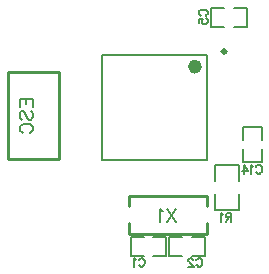
<source format=gbo>
G04 ---------------------------- Layer name :BOTTOM SILK LAYER*
G04 EasyEDA v5.6.15, Thu, 26 Jul 2018 23:14:09 GMT*
G04 c86fb450fb884ade9fd06fb8d4d9ff78*
G04 Gerber Generator version 0.2*
G04 Scale: 100 percent, Rotated: No, Reflected: No *
G04 Dimensions in inches *
G04 leading zeros omitted , absolute positions ,2 integer and 4 decimal *
%FSLAX24Y24*%
%MOIN*%
G90*
G70D02*

%ADD10C,0.010000*%
%ADD38C,0.007874*%
%ADD41C,0.007870*%
%ADD43C,0.005000*%
%ADD44C,0.023622*%
%ADD45C,0.011811*%
%ADD46C,0.007000*%

%LPD*%
G54D38*
G01X3182Y7461D02*
G01X3182Y3957D01*
G01X6687Y3957D01*
G01X6687Y7461D01*
G01X3182Y7461D01*
G01X4587Y1399D02*
G01X4153Y1399D01*
G01X4153Y769D01*
G01X4587Y769D01*
G01X4901Y1399D02*
G01X5335Y1399D01*
G01X5335Y1005D01*
G01X5335Y769D01*
G01X4901Y769D01*
G01X6180Y769D02*
G01X6615Y769D01*
G01X6615Y1399D01*
G01X6180Y1399D01*
G01X5867Y769D02*
G01X5432Y769D01*
G01X5432Y1163D01*
G01X5432Y1399D01*
G01X5867Y1399D01*
G54D10*
G01X6711Y2410D02*
G01X6711Y2764D01*
G01X4093Y2764D01*
G01X4093Y2410D01*
G01X4093Y1857D02*
G01X4093Y1503D01*
G01X6711Y1503D01*
G01X6711Y1857D01*
G01X59Y3984D02*
G01X1759Y3984D01*
G01X59Y6884D02*
G01X59Y3984D01*
G01X59Y6884D02*
G01X1759Y6884D01*
G01X1759Y6884D02*
G01X1759Y3984D01*
G54D41*
G01X7767Y2815D02*
G01X7767Y2296D01*
G01X6951Y2296D01*
G01X6951Y2815D01*
G01X7767Y3261D02*
G01X7767Y3780D01*
G01X6951Y3780D01*
G01X6951Y3261D01*
G54D38*
G01X7267Y9028D02*
G01X6834Y9028D01*
G01X6834Y8399D01*
G01X7267Y8399D01*
G01X7582Y9028D02*
G01X8015Y9028D01*
G01X8015Y8635D01*
G01X8015Y8399D01*
G01X7582Y8399D01*
G01X7894Y4312D02*
G01X7894Y3878D01*
G01X8524Y3878D01*
G01X8524Y4312D01*
G01X7894Y4626D02*
G01X7894Y5060D01*
G01X8288Y5060D01*
G01X8524Y5060D01*
G01X8524Y4626D01*
G54D43*
G01X4417Y615D02*
G01X4430Y643D01*
G01X4458Y670D01*
G01X4485Y684D01*
G01X4539Y684D01*
G01X4567Y670D01*
G01X4594Y643D01*
G01X4608Y615D01*
G01X4621Y574D01*
G01X4621Y506D01*
G01X4608Y465D01*
G01X4594Y438D01*
G01X4567Y411D01*
G01X4539Y397D01*
G01X4485Y397D01*
G01X4458Y411D01*
G01X4430Y438D01*
G01X4417Y465D01*
G01X4327Y629D02*
G01X4299Y643D01*
G01X4259Y684D01*
G01X4259Y397D01*
G01X6339Y615D02*
G01X6353Y643D01*
G01X6380Y670D01*
G01X6408Y684D01*
G01X6462Y684D01*
G01X6489Y670D01*
G01X6517Y643D01*
G01X6530Y615D01*
G01X6544Y574D01*
G01X6544Y506D01*
G01X6530Y465D01*
G01X6517Y438D01*
G01X6489Y411D01*
G01X6462Y397D01*
G01X6408Y397D01*
G01X6380Y411D01*
G01X6353Y438D01*
G01X6339Y465D01*
G01X6236Y615D02*
G01X6236Y629D01*
G01X6222Y656D01*
G01X6209Y670D01*
G01X6181Y684D01*
G01X6127Y684D01*
G01X6099Y670D01*
G01X6086Y656D01*
G01X6072Y629D01*
G01X6072Y602D01*
G01X6086Y574D01*
G01X6113Y534D01*
G01X6249Y397D01*
G01X6059Y397D01*
G54D46*
G01X5653Y2328D02*
G01X5368Y1900D01*
G01X5368Y2328D02*
G01X5653Y1900D01*
G01X5232Y2248D02*
G01X5192Y2268D01*
G01X5130Y2328D01*
G01X5130Y1900D01*
G01X458Y5984D02*
G01X887Y5984D01*
G01X458Y5984D02*
G01X458Y5718D01*
G01X662Y5984D02*
G01X662Y5820D01*
G01X887Y5984D02*
G01X887Y5718D01*
G01X519Y5297D02*
G01X478Y5338D01*
G01X458Y5399D01*
G01X458Y5480D01*
G01X478Y5542D01*
G01X519Y5582D01*
G01X560Y5582D01*
G01X601Y5563D01*
G01X621Y5542D01*
G01X642Y5501D01*
G01X683Y5378D01*
G01X703Y5338D01*
G01X723Y5317D01*
G01X764Y5297D01*
G01X826Y5297D01*
G01X867Y5338D01*
G01X887Y5399D01*
G01X887Y5480D01*
G01X867Y5542D01*
G01X826Y5582D01*
G01X560Y4855D02*
G01X519Y4875D01*
G01X478Y4916D01*
G01X458Y4957D01*
G01X458Y5039D01*
G01X478Y5080D01*
G01X519Y5121D01*
G01X560Y5141D01*
G01X621Y5162D01*
G01X723Y5162D01*
G01X785Y5141D01*
G01X826Y5121D01*
G01X867Y5080D01*
G01X887Y5039D01*
G01X887Y4957D01*
G01X867Y4916D01*
G01X826Y4875D01*
G01X785Y4855D01*
G54D43*
G01X7508Y2184D02*
G01X7508Y1897D01*
G01X7508Y2184D02*
G01X7385Y2184D01*
G01X7344Y2170D01*
G01X7330Y2156D01*
G01X7317Y2129D01*
G01X7317Y2102D01*
G01X7330Y2074D01*
G01X7344Y2061D01*
G01X7385Y2047D01*
G01X7508Y2047D01*
G01X7412Y2047D02*
G01X7317Y1897D01*
G01X7227Y2129D02*
G01X7199Y2143D01*
G01X7159Y2184D01*
G01X7159Y1897D01*
G01X6499Y8765D02*
G01X6471Y8778D01*
G01X6444Y8805D01*
G01X6430Y8834D01*
G01X6430Y8888D01*
G01X6444Y8915D01*
G01X6471Y8943D01*
G01X6499Y8955D01*
G01X6539Y8970D01*
G01X6607Y8970D01*
G01X6649Y8955D01*
G01X6676Y8943D01*
G01X6703Y8915D01*
G01X6717Y8888D01*
G01X6717Y8834D01*
G01X6703Y8805D01*
G01X6676Y8778D01*
G01X6649Y8765D01*
G01X6430Y8512D02*
G01X6430Y8648D01*
G01X6553Y8662D01*
G01X6539Y8648D01*
G01X6526Y8607D01*
G01X6526Y8566D01*
G01X6539Y8525D01*
G01X6567Y8498D01*
G01X6607Y8485D01*
G01X6635Y8485D01*
G01X6676Y8498D01*
G01X6703Y8525D01*
G01X6717Y8566D01*
G01X6717Y8607D01*
G01X6703Y8648D01*
G01X6689Y8662D01*
G01X6662Y8675D01*
G01X8326Y3721D02*
G01X8341Y3749D01*
G01X8368Y3776D01*
G01X8396Y3790D01*
G01X8450Y3790D01*
G01X8476Y3776D01*
G01X8505Y3749D01*
G01X8518Y3721D01*
G01X8532Y3681D01*
G01X8532Y3612D01*
G01X8518Y3571D01*
G01X8505Y3544D01*
G01X8476Y3517D01*
G01X8450Y3503D01*
G01X8396Y3503D01*
G01X8368Y3517D01*
G01X8341Y3544D01*
G01X8326Y3571D01*
G01X8237Y3735D02*
G01X8210Y3749D01*
G01X8169Y3790D01*
G01X8169Y3503D01*
G01X7943Y3790D02*
G01X8078Y3599D01*
G01X7875Y3599D01*
G01X7943Y3790D02*
G01X7943Y3503D01*
G54D44*
G75*
G01X6175Y7067D02*
G2X6175Y7065I118J-1D01*
G01*
G54D45*
G75*
G01X7209Y7569D02*
G2X7209Y7568I59J-1D01*
G01*
M00*
M02*

</source>
